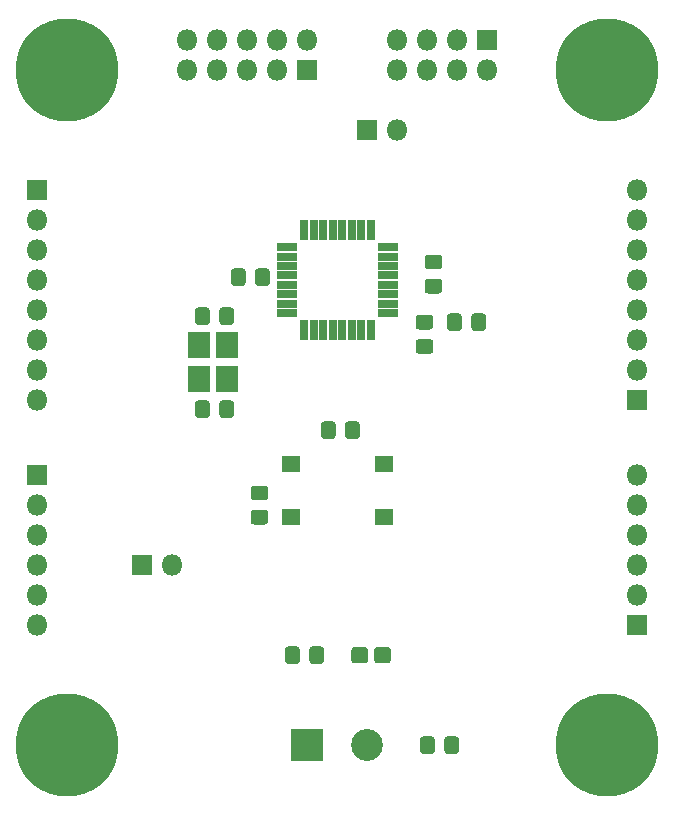
<source format=gbr>
%TF.GenerationSoftware,KiCad,Pcbnew,(5.1.6)-1*%
%TF.CreationDate,2021-04-07T17:49:54+02:00*%
%TF.ProjectId,atmega_isp,61746d65-6761-45f6-9973-702e6b696361,rev?*%
%TF.SameCoordinates,Original*%
%TF.FileFunction,Soldermask,Top*%
%TF.FilePolarity,Negative*%
%FSLAX46Y46*%
G04 Gerber Fmt 4.6, Leading zero omitted, Abs format (unit mm)*
G04 Created by KiCad (PCBNEW (5.1.6)-1) date 2021-04-07 17:49:54*
%MOMM*%
%LPD*%
G01*
G04 APERTURE LIST*
%ADD10C,8.700000*%
%ADD11C,1.000000*%
%ADD12R,2.700000X2.700000*%
%ADD13C,2.700000*%
%ADD14R,1.800000X1.800000*%
%ADD15O,1.800000X1.800000*%
%ADD16R,1.650000X1.400000*%
%ADD17R,1.700000X0.650000*%
%ADD18R,0.650000X1.700000*%
%ADD19R,1.900000X2.200000*%
G04 APERTURE END LIST*
D10*
%TO.C,H4*%
X168910000Y-134620000D03*
D11*
X172135000Y-134620000D03*
X171190419Y-136900419D03*
X168910000Y-137845000D03*
X166629581Y-136900419D03*
X165685000Y-134620000D03*
X166629581Y-132339581D03*
X168910000Y-131395000D03*
X171190419Y-132339581D03*
%TD*%
%TO.C,C1*%
G36*
G01*
X153045000Y-135098262D02*
X153045000Y-134141738D01*
G75*
G02*
X153316738Y-133870000I271738J0D01*
G01*
X154023262Y-133870000D01*
G75*
G02*
X154295000Y-134141738I0J-271738D01*
G01*
X154295000Y-135098262D01*
G75*
G02*
X154023262Y-135370000I-271738J0D01*
G01*
X153316738Y-135370000D01*
G75*
G02*
X153045000Y-135098262I0J271738D01*
G01*
G37*
G36*
G01*
X155095000Y-135098262D02*
X155095000Y-134141738D01*
G75*
G02*
X155366738Y-133870000I271738J0D01*
G01*
X156073262Y-133870000D01*
G75*
G02*
X156345000Y-134141738I0J-271738D01*
G01*
X156345000Y-135098262D01*
G75*
G02*
X156073262Y-135370000I-271738J0D01*
G01*
X155366738Y-135370000D01*
G75*
G02*
X155095000Y-135098262I0J271738D01*
G01*
G37*
%TD*%
%TO.C,C2*%
G36*
G01*
X136045000Y-98776262D02*
X136045000Y-97819738D01*
G75*
G02*
X136316738Y-97548000I271738J0D01*
G01*
X137023262Y-97548000D01*
G75*
G02*
X137295000Y-97819738I0J-271738D01*
G01*
X137295000Y-98776262D01*
G75*
G02*
X137023262Y-99048000I-271738J0D01*
G01*
X136316738Y-99048000D01*
G75*
G02*
X136045000Y-98776262I0J271738D01*
G01*
G37*
G36*
G01*
X133995000Y-98776262D02*
X133995000Y-97819738D01*
G75*
G02*
X134266738Y-97548000I271738J0D01*
G01*
X134973262Y-97548000D01*
G75*
G02*
X135245000Y-97819738I0J-271738D01*
G01*
X135245000Y-98776262D01*
G75*
G02*
X134973262Y-99048000I-271738J0D01*
G01*
X134266738Y-99048000D01*
G75*
G02*
X133995000Y-98776262I0J271738D01*
G01*
G37*
%TD*%
%TO.C,C3*%
G36*
G01*
X154656262Y-96383000D02*
X153699738Y-96383000D01*
G75*
G02*
X153428000Y-96111262I0J271738D01*
G01*
X153428000Y-95404738D01*
G75*
G02*
X153699738Y-95133000I271738J0D01*
G01*
X154656262Y-95133000D01*
G75*
G02*
X154928000Y-95404738I0J-271738D01*
G01*
X154928000Y-96111262D01*
G75*
G02*
X154656262Y-96383000I-271738J0D01*
G01*
G37*
G36*
G01*
X154656262Y-94333000D02*
X153699738Y-94333000D01*
G75*
G02*
X153428000Y-94061262I0J271738D01*
G01*
X153428000Y-93354738D01*
G75*
G02*
X153699738Y-93083000I271738J0D01*
G01*
X154656262Y-93083000D01*
G75*
G02*
X154928000Y-93354738I0J-271738D01*
G01*
X154928000Y-94061262D01*
G75*
G02*
X154656262Y-94333000I-271738J0D01*
G01*
G37*
%TD*%
%TO.C,C4*%
G36*
G01*
X138275000Y-94517738D02*
X138275000Y-95474262D01*
G75*
G02*
X138003262Y-95746000I-271738J0D01*
G01*
X137296738Y-95746000D01*
G75*
G02*
X137025000Y-95474262I0J271738D01*
G01*
X137025000Y-94517738D01*
G75*
G02*
X137296738Y-94246000I271738J0D01*
G01*
X138003262Y-94246000D01*
G75*
G02*
X138275000Y-94517738I0J-271738D01*
G01*
G37*
G36*
G01*
X140325000Y-94517738D02*
X140325000Y-95474262D01*
G75*
G02*
X140053262Y-95746000I-271738J0D01*
G01*
X139346738Y-95746000D01*
G75*
G02*
X139075000Y-95474262I0J271738D01*
G01*
X139075000Y-94517738D01*
G75*
G02*
X139346738Y-94246000I271738J0D01*
G01*
X140053262Y-94246000D01*
G75*
G02*
X140325000Y-94517738I0J-271738D01*
G01*
G37*
%TD*%
%TO.C,C5*%
G36*
G01*
X137295000Y-105693738D02*
X137295000Y-106650262D01*
G75*
G02*
X137023262Y-106922000I-271738J0D01*
G01*
X136316738Y-106922000D01*
G75*
G02*
X136045000Y-106650262I0J271738D01*
G01*
X136045000Y-105693738D01*
G75*
G02*
X136316738Y-105422000I271738J0D01*
G01*
X137023262Y-105422000D01*
G75*
G02*
X137295000Y-105693738I0J-271738D01*
G01*
G37*
G36*
G01*
X135245000Y-105693738D02*
X135245000Y-106650262D01*
G75*
G02*
X134973262Y-106922000I-271738J0D01*
G01*
X134266738Y-106922000D01*
G75*
G02*
X133995000Y-106650262I0J271738D01*
G01*
X133995000Y-105693738D01*
G75*
G02*
X134266738Y-105422000I271738J0D01*
G01*
X134973262Y-105422000D01*
G75*
G02*
X135245000Y-105693738I0J-271738D01*
G01*
G37*
%TD*%
%TO.C,C6*%
G36*
G01*
X153894262Y-101481000D02*
X152937738Y-101481000D01*
G75*
G02*
X152666000Y-101209262I0J271738D01*
G01*
X152666000Y-100502738D01*
G75*
G02*
X152937738Y-100231000I271738J0D01*
G01*
X153894262Y-100231000D01*
G75*
G02*
X154166000Y-100502738I0J-271738D01*
G01*
X154166000Y-101209262D01*
G75*
G02*
X153894262Y-101481000I-271738J0D01*
G01*
G37*
G36*
G01*
X153894262Y-99431000D02*
X152937738Y-99431000D01*
G75*
G02*
X152666000Y-99159262I0J271738D01*
G01*
X152666000Y-98452738D01*
G75*
G02*
X152937738Y-98181000I271738J0D01*
G01*
X153894262Y-98181000D01*
G75*
G02*
X154166000Y-98452738I0J-271738D01*
G01*
X154166000Y-99159262D01*
G75*
G02*
X153894262Y-99431000I-271738J0D01*
G01*
G37*
%TD*%
%TO.C,C7*%
G36*
G01*
X138967738Y-114691000D02*
X139924262Y-114691000D01*
G75*
G02*
X140196000Y-114962738I0J-271738D01*
G01*
X140196000Y-115669262D01*
G75*
G02*
X139924262Y-115941000I-271738J0D01*
G01*
X138967738Y-115941000D01*
G75*
G02*
X138696000Y-115669262I0J271738D01*
G01*
X138696000Y-114962738D01*
G75*
G02*
X138967738Y-114691000I271738J0D01*
G01*
G37*
G36*
G01*
X138967738Y-112641000D02*
X139924262Y-112641000D01*
G75*
G02*
X140196000Y-112912738I0J-271738D01*
G01*
X140196000Y-113619262D01*
G75*
G02*
X139924262Y-113891000I-271738J0D01*
G01*
X138967738Y-113891000D01*
G75*
G02*
X138696000Y-113619262I0J271738D01*
G01*
X138696000Y-112912738D01*
G75*
G02*
X138967738Y-112641000I271738J0D01*
G01*
G37*
%TD*%
%TO.C,D1*%
G36*
G01*
X147222500Y-127430769D02*
X147222500Y-126569231D01*
G75*
G02*
X147491731Y-126300000I269231J0D01*
G01*
X148378269Y-126300000D01*
G75*
G02*
X148647500Y-126569231I0J-269231D01*
G01*
X148647500Y-127430769D01*
G75*
G02*
X148378269Y-127700000I-269231J0D01*
G01*
X147491731Y-127700000D01*
G75*
G02*
X147222500Y-127430769I0J269231D01*
G01*
G37*
G36*
G01*
X149147500Y-127430769D02*
X149147500Y-126569231D01*
G75*
G02*
X149416731Y-126300000I269231J0D01*
G01*
X150303269Y-126300000D01*
G75*
G02*
X150572500Y-126569231I0J-269231D01*
G01*
X150572500Y-127430769D01*
G75*
G02*
X150303269Y-127700000I-269231J0D01*
G01*
X149416731Y-127700000D01*
G75*
G02*
X149147500Y-127430769I0J269231D01*
G01*
G37*
%TD*%
%TO.C,H1*%
X171190419Y-75189581D03*
X168910000Y-74245000D03*
X166629581Y-75189581D03*
X165685000Y-77470000D03*
X166629581Y-79750419D03*
X168910000Y-80695000D03*
X171190419Y-79750419D03*
X172135000Y-77470000D03*
D10*
X168910000Y-77470000D03*
%TD*%
%TO.C,H2*%
X123190000Y-134620000D03*
D11*
X126415000Y-134620000D03*
X125470419Y-136900419D03*
X123190000Y-137845000D03*
X120909581Y-136900419D03*
X119965000Y-134620000D03*
X120909581Y-132339581D03*
X123190000Y-131395000D03*
X125470419Y-132339581D03*
%TD*%
%TO.C,H3*%
X125470419Y-75189581D03*
X123190000Y-74245000D03*
X120909581Y-75189581D03*
X119965000Y-77470000D03*
X120909581Y-79750419D03*
X123190000Y-80695000D03*
X125470419Y-79750419D03*
X126415000Y-77470000D03*
D10*
X123190000Y-77470000D03*
%TD*%
D12*
%TO.C,J1*%
X143510000Y-134620000D03*
D13*
X148590000Y-134620000D03*
%TD*%
D14*
%TO.C,J2*%
X171450000Y-105410000D03*
D15*
X171450000Y-102870000D03*
X171450000Y-100330000D03*
X171450000Y-97790000D03*
X171450000Y-95250000D03*
X171450000Y-92710000D03*
X171450000Y-90170000D03*
X171450000Y-87630000D03*
%TD*%
D14*
%TO.C,J4*%
X148590000Y-82550000D03*
D15*
X151130000Y-82550000D03*
%TD*%
%TO.C,J5*%
X132080000Y-119380000D03*
D14*
X129540000Y-119380000D03*
%TD*%
D15*
%TO.C,J6*%
X120650000Y-105410000D03*
X120650000Y-102870000D03*
X120650000Y-100330000D03*
X120650000Y-97790000D03*
X120650000Y-95250000D03*
X120650000Y-92710000D03*
X120650000Y-90170000D03*
D14*
X120650000Y-87630000D03*
%TD*%
%TO.C,J7*%
X120650000Y-111760000D03*
D15*
X120650000Y-114300000D03*
X120650000Y-116840000D03*
X120650000Y-119380000D03*
X120650000Y-121920000D03*
X120650000Y-124460000D03*
%TD*%
D14*
%TO.C,J8*%
X171450000Y-124460000D03*
D15*
X171450000Y-121920000D03*
X171450000Y-119380000D03*
X171450000Y-116840000D03*
X171450000Y-114300000D03*
X171450000Y-111760000D03*
%TD*%
D14*
%TO.C,J9*%
X158750000Y-74930000D03*
D15*
X158750000Y-77470000D03*
X156210000Y-74930000D03*
X156210000Y-77470000D03*
X153670000Y-74930000D03*
X153670000Y-77470000D03*
X151130000Y-74930000D03*
X151130000Y-77470000D03*
%TD*%
%TO.C,L1*%
G36*
G01*
X158631000Y-98327738D02*
X158631000Y-99284262D01*
G75*
G02*
X158359262Y-99556000I-271738J0D01*
G01*
X157652738Y-99556000D01*
G75*
G02*
X157381000Y-99284262I0J271738D01*
G01*
X157381000Y-98327738D01*
G75*
G02*
X157652738Y-98056000I271738J0D01*
G01*
X158359262Y-98056000D01*
G75*
G02*
X158631000Y-98327738I0J-271738D01*
G01*
G37*
G36*
G01*
X156581000Y-98327738D02*
X156581000Y-99284262D01*
G75*
G02*
X156309262Y-99556000I-271738J0D01*
G01*
X155602738Y-99556000D01*
G75*
G02*
X155331000Y-99284262I0J271738D01*
G01*
X155331000Y-98327738D01*
G75*
G02*
X155602738Y-98056000I271738J0D01*
G01*
X156309262Y-98056000D01*
G75*
G02*
X156581000Y-98327738I0J-271738D01*
G01*
G37*
%TD*%
%TO.C,R1*%
G36*
G01*
X147945000Y-107471738D02*
X147945000Y-108428262D01*
G75*
G02*
X147673262Y-108700000I-271738J0D01*
G01*
X146966738Y-108700000D01*
G75*
G02*
X146695000Y-108428262I0J271738D01*
G01*
X146695000Y-107471738D01*
G75*
G02*
X146966738Y-107200000I271738J0D01*
G01*
X147673262Y-107200000D01*
G75*
G02*
X147945000Y-107471738I0J-271738D01*
G01*
G37*
G36*
G01*
X145895000Y-107471738D02*
X145895000Y-108428262D01*
G75*
G02*
X145623262Y-108700000I-271738J0D01*
G01*
X144916738Y-108700000D01*
G75*
G02*
X144645000Y-108428262I0J271738D01*
G01*
X144645000Y-107471738D01*
G75*
G02*
X144916738Y-107200000I271738J0D01*
G01*
X145623262Y-107200000D01*
G75*
G02*
X145895000Y-107471738I0J-271738D01*
G01*
G37*
%TD*%
%TO.C,R2*%
G36*
G01*
X142865000Y-126521738D02*
X142865000Y-127478262D01*
G75*
G02*
X142593262Y-127750000I-271738J0D01*
G01*
X141886738Y-127750000D01*
G75*
G02*
X141615000Y-127478262I0J271738D01*
G01*
X141615000Y-126521738D01*
G75*
G02*
X141886738Y-126250000I271738J0D01*
G01*
X142593262Y-126250000D01*
G75*
G02*
X142865000Y-126521738I0J-271738D01*
G01*
G37*
G36*
G01*
X144915000Y-126521738D02*
X144915000Y-127478262D01*
G75*
G02*
X144643262Y-127750000I-271738J0D01*
G01*
X143936738Y-127750000D01*
G75*
G02*
X143665000Y-127478262I0J271738D01*
G01*
X143665000Y-126521738D01*
G75*
G02*
X143936738Y-126250000I271738J0D01*
G01*
X144643262Y-126250000D01*
G75*
G02*
X144915000Y-126521738I0J-271738D01*
G01*
G37*
%TD*%
D16*
%TO.C,SW1*%
X142075000Y-115280000D03*
X142075000Y-110780000D03*
X150025000Y-110780000D03*
X150025000Y-115280000D03*
%TD*%
D17*
%TO.C,U1*%
X141800000Y-92450000D03*
X141800000Y-93250000D03*
X141800000Y-94050000D03*
X141800000Y-94850000D03*
X141800000Y-95650000D03*
X141800000Y-96450000D03*
X141800000Y-97250000D03*
X141800000Y-98050000D03*
D18*
X143250000Y-99500000D03*
X144050000Y-99500000D03*
X144850000Y-99500000D03*
X145650000Y-99500000D03*
X146450000Y-99500000D03*
X147250000Y-99500000D03*
X148050000Y-99500000D03*
X148850000Y-99500000D03*
D17*
X150300000Y-98050000D03*
X150300000Y-97250000D03*
X150300000Y-96450000D03*
X150300000Y-95650000D03*
X150300000Y-94850000D03*
X150300000Y-94050000D03*
X150300000Y-93250000D03*
X150300000Y-92450000D03*
D18*
X148850000Y-91000000D03*
X148050000Y-91000000D03*
X147250000Y-91000000D03*
X146450000Y-91000000D03*
X145650000Y-91000000D03*
X144850000Y-91000000D03*
X144050000Y-91000000D03*
X143250000Y-91000000D03*
%TD*%
D19*
%TO.C,Y1*%
X134366000Y-100732000D03*
X134366000Y-103632000D03*
X136666000Y-103632000D03*
X136666000Y-100732000D03*
%TD*%
D14*
%TO.C,J3*%
X143510000Y-77470000D03*
D15*
X143510000Y-74930000D03*
X140970000Y-77470000D03*
X140970000Y-74930000D03*
X138430000Y-77470000D03*
X138430000Y-74930000D03*
X135890000Y-77470000D03*
X135890000Y-74930000D03*
X133350000Y-77470000D03*
X133350000Y-74930000D03*
%TD*%
M02*

</source>
